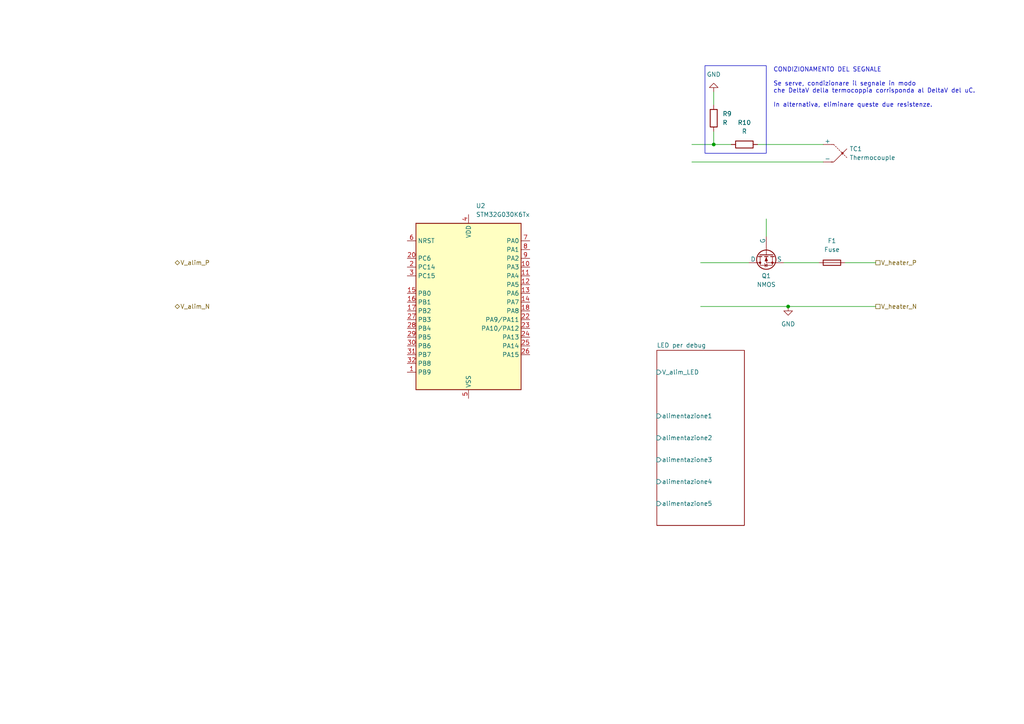
<source format=kicad_sch>
(kicad_sch (version 20250114) (generator "eeschema") (generator_version "9.0")
  (paper "A4")
  (lib_symbols
    (symbol "Device:Fuse" (pin_numbers (hide yes)) (pin_names (offset 0))
      (property "Reference" "F" (at 2.032 0 90))
      (property "Value" "Fuse" (at -1.905 0 90))
      (symbol "Fuse_0_1"
        (rectangle (start -0.762 -2.54) (end 0.762 2.54) (stroke (width 0.254)))
        (polyline (pts (xy 0 2.54) (xy 0 -2.54)))
      )
      (symbol "Fuse_1_1"
        (pin passive line (at 0 3.81 270) (length 1.27) (name "~") (number "1"))
        (pin passive line (at 0 -3.81 90) (length 1.27) (name "~") (number "2"))
      )
    )
    (symbol "Device:R" (pin_numbers (hide yes)) (pin_names (offset 0))
      (property "Reference" "R" (at 2.032 0 90))
      (property "Value" "R" (at 0 0 90))
      (symbol "R_0_1"
        (rectangle (start -1.016 -2.54) (end 1.016 2.54) (stroke (width 0.254)))
      )
      (symbol "R_1_1"
        (pin passive line (at 0 3.81 270) (length 1.27) (name "~") (number "1"))
        (pin passive line (at 0 -3.81 90) (length 1.27) (name "~") (number "2"))
      )
    )
    (symbol "Device:Thermocouple" (pin_numbers (hide yes)) (pin_names (offset 0))
      (property "Reference" "TC" (at -3.048 3.81 0))
      (property "Value" "Thermocouple" (at -5.08 -4.064 0))
      (symbol "Thermocouple_0_1"
        (polyline (pts (xy -4.064 -1.016) (xy -4.318 -1.27)))
        (polyline (pts (xy -3.556 -0.508) (xy -3.81 -0.762)))
        (circle (center -3.048 0) (radius 0.254) (fill (type outline)))
        (polyline (pts (xy -3.048 0) (xy -3.302 -0.254)))
        (polyline (pts (xy -2.54 0.508) (xy -2.794 0.254)))
        (polyline (pts (xy -2.032 1.016) (xy -2.286 0.762)))
        (polyline (pts (xy -1.524 1.524) (xy -1.778 1.27)))
        (polyline (pts (xy -1.016 2.032) (xy -1.27 1.778)))
        (polyline (pts (xy -0.508 2.54) (xy -0.762 2.286)))
        (polyline (pts (xy 0 2.54) (xy -0.508 2.54)))
        (polyline (pts (xy 0 -2.54) (xy -0.254 -2.54)))
        (polyline (pts (xy 0.254 -2.54) (xy -0.508 -2.54) (xy -4.318 1.27)))
      )
      (symbol "Thermocouple_1_1"
        (pin passive line (at 2.54 2.54 180) (length 2.54) (name "+") (number "1"))
        (pin passive line (at 2.54 -2.54 180) (length 2.54) (name "-") (number "2"))
      )
    )
    (symbol "MCU_ST_STM32G0:STM32G030K6Tx"
      (property "Reference" "U" (at -15.24 26.67 0))
      (property "Value" "STM32G030K6Tx" (at 2.54 26.67 0))
      (symbol "STM32G030K6Tx_0_1"
        (rectangle (start -15.24 -22.86) (end 15.24 25.4) (stroke (width 0.254)) (fill (type background)))
      )
      (symbol "STM32G030K6Tx_1_1"
        (pin input line (at -17.78 20.32 0) (length 2.54) (name "NRST") (number "6"))
        (pin bidirectional line (at -17.78 15.24 0) (length 2.54) (name "PC6") (number "20"))
        (pin bidirectional line (at -17.78 12.7 0) (length 2.54) (name "PC14") (number "2"))
        (pin bidirectional line (at -17.78 10.16 0) (length 2.54) (name "PC15") (number "3"))
        (pin bidirectional line (at -17.78 5.08 0) (length 2.54) (name "PB0") (number "15"))
        (pin bidirectional line (at -17.78 2.54 0) (length 2.54) (name "PB1") (number "16"))
        (pin bidirectional line (at -17.78 0 0) (length 2.54) (name "PB2") (number "17"))
        (pin bidirectional line (at -17.78 -2.54 0) (length 2.54) (name "PB3") (number "27"))
        (pin bidirectional line (at -17.78 -5.08 0) (length 2.54) (name "PB4") (number "28"))
        (pin bidirectional line (at -17.78 -7.62 0) (length 2.54) (name "PB5") (number "29"))
        (pin bidirectional line (at -17.78 -10.16 0) (length 2.54) (name "PB6") (number "30"))
        (pin bidirectional line (at -17.78 -12.7 0) (length 2.54) (name "PB7") (number "31"))
        (pin bidirectional line (at -17.78 -15.24 0) (length 2.54) (name "PB8") (number "32"))
        (pin bidirectional line (at -17.78 -17.78 0) (length 2.54) (name "PB9") (number "1"))
        (pin no_connect line (at -15.24 -20.32 0) (length 2.54) (hide yes) (name "NC/PA10") (number "21"))
        (pin no_connect line (at -15.24 -22.86 0) (length 2.54) (hide yes) (name "NC/PA9") (number "19"))
        (pin power_in line (at 0 27.94 270) (length 2.54) (name "VDD") (number "4"))
        (pin power_in line (at 0 -25.4 90) (length 2.54) (name "VSS") (number "5"))
        (pin bidirectional line (at 17.78 20.32 180) (length 2.54) (name "PA0") (number "7"))
        (pin bidirectional line (at 17.78 17.78 180) (length 2.54) (name "PA1") (number "8"))
        (pin bidirectional line (at 17.78 15.24 180) (length 2.54) (name "PA2") (number "9"))
        (pin bidirectional line (at 17.78 12.7 180) (length 2.54) (name "PA3") (number "10"))
        (pin bidirectional line (at 17.78 10.16 180) (length 2.54) (name "PA4") (number "11"))
        (pin bidirectional line (at 17.78 7.62 180) (length 2.54) (name "PA5") (number "12"))
        (pin bidirectional line (at 17.78 5.08 180) (length 2.54) (name "PA6") (number "13"))
        (pin bidirectional line (at 17.78 2.54 180) (length 2.54) (name "PA7") (number "14"))
        (pin bidirectional line (at 17.78 0 180) (length 2.54) (name "PA8") (number "18"))
        (pin bidirectional line (at 17.78 -2.54 180) (length 2.54) (name "PA9/PA11") (number "22"))
        (pin bidirectional line (at 17.78 -5.08 180) (length 2.54) (name "PA10/PA12") (number "23"))
        (pin bidirectional line (at 17.78 -7.62 180) (length 2.54) (name "PA13") (number "24"))
        (pin bidirectional line (at 17.78 -10.16 180) (length 2.54) (name "PA14") (number "25"))
        (pin bidirectional line (at 17.78 -12.7 180) (length 2.54) (name "PA15") (number "26"))
      )
    )
    (symbol "Simulation_SPICE:NMOS" (pin_numbers (hide yes)) (pin_names (offset 0))
      (property "Reference" "Q" (at 5.08 1.27 0))
      (property "Value" "NMOS" (at 5.08 -1.27 0))
      (symbol "NMOS_0_1"
        (polyline (pts (xy 0.254 1.905) (xy 0.254 -1.905)) (stroke (width 0.254)))
        (polyline (pts (xy 0.254 0) (xy -2.54 0)))
        (polyline (pts (xy 0.762 2.286) (xy 0.762 1.27)) (stroke (width 0.254)))
        (polyline (pts (xy 0.762 0.508) (xy 0.762 -0.508)) (stroke (width 0.254)))
        (polyline (pts (xy 0.762 -1.27) (xy 0.762 -2.286)) (stroke (width 0.254)))
        (polyline (pts (xy 0.762 -1.778) (xy 3.302 -1.778) (xy 3.302 1.778) (xy 0.762 1.778)))
        (polyline (pts (xy 1.016 0) (xy 2.032 0.381) (xy 2.032 -0.381) (xy 1.016 0)) (fill (type outline)))
        (circle (center 1.651 0) (radius 2.794) (stroke (width 0.254)))
        (polyline (pts (xy 2.54 2.54) (xy 2.54 1.778)))
        (circle (center 2.54 1.778) (radius 0.254) (fill (type outline)))
        (circle (center 2.54 -1.778) (radius 0.254) (fill (type outline)))
        (polyline (pts (xy 2.54 -2.54) (xy 2.54 0) (xy 0.762 0)))
        (polyline (pts (xy 2.794 0.508) (xy 2.921 0.381) (xy 3.683 0.381) (xy 3.81 0.254)))
        (polyline (pts (xy 3.302 0.381) (xy 2.921 -0.254) (xy 3.683 -0.254) (xy 3.302 0.381)))
      )
      (symbol "NMOS_1_1"
        (pin input line (at -5.08 0 0) (length 2.54) (name "G") (number "2"))
        (pin passive line (at 2.54 5.08 270) (length 2.54) (name "D") (number "1"))
        (pin passive line (at 2.54 -5.08 90) (length 2.54) (name "S") (number "3"))
      )
    )
    (symbol "power:GND" (power) (pin_numbers (hide yes)) (pin_names (offset 0) (hide yes))
      (property "Value" "GND" (at 0 -3.81 0))
      (symbol "GND_0_1"
        (polyline (pts (xy 0 0) (xy 0 -1.27) (xy 1.27 -1.27) (xy 0 -2.54) (xy -1.27 -1.27) (xy 0 -1.27)))
      )
      (symbol "GND_1_1"
        (pin power_in line (at 0 0 270) (length 0) (name "~") (number "1"))
      )
    )
  )
  (rectangle (start 204.47 19.05) (end 222.25 44.45))
  (text "CONDIZIONAMENTO DEL SEGNALE\n\nSe serve, condizionare il segnale in modo\nche DeltaV della termocoppia corrisponda al DeltaV del uC.\n\nIn alternativa, eliminare queste due resistenze." (at 224.282 19.558 0) (effects (font (size 1.27 1.27)) (justify left top)))
  (junction (at 207.01 41.91))
  (junction (at 228.6 88.9))
  (wire (pts (xy 228.6 88.9) (xy 254 88.9)))
  (wire (pts (xy 203.2 76.2) (xy 217.17 76.2)))
  (wire (pts (xy 200.66 46.99) (xy 238.76 46.99)))
  (wire (pts (xy 200.66 41.91) (xy 207.01 41.91)))
  (wire (pts (xy 245.11 76.2) (xy 254 76.2)))
  (wire (pts (xy 222.25 63.5) (xy 222.25 68.58)))
  (wire (pts (xy 207.01 26.67) (xy 207.01 30.48)))
  (wire (pts (xy 203.2 88.9) (xy 228.6 88.9)))
  (wire (pts (xy 227.33 76.2) (xy 237.49 76.2)))
  (wire (pts (xy 207.01 41.91) (xy 212.09 41.91)))
  (wire (pts (xy 207.01 38.1) (xy 207.01 41.91)))
  (wire (pts (xy 219.71 41.91) (xy 238.76 41.91)))
  (hierarchical_label "V_alim_P" (shape bidirectional) (at 50.8 76.2 0))
  (hierarchical_label "V_alim_N" (shape bidirectional) (at 50.8 88.9 0))
  (hierarchical_label "V_heater_N" (shape passive) (at 254 88.9 0))
  (hierarchical_label "V_heater_P" (shape passive) (at 254 76.2 0))
  (symbol (lib_id "Device:Thermocouple") (at 241.3 44.45 0) (mirror y) (unit 1)
    (property "Reference" "TC1" (at 246.38 43.1799 0) (effects (justify right)))
    (property "Value" "Thermocouple" (at 246.38 45.7199 0) (effects (justify right)))
    (property "Description" "Thermocouple" (effects (hide yes)))
  )
  (symbol (lib_id "Device:R") (at 207.01 34.29 0) (unit 1)
    (property "Reference" "R9" (at 209.55 33.0199 0) (effects (justify left)))
    (property "Value" "R" (at 209.55 35.5599 0) (effects (justify left)))
    (property "Description" "Resistor" (effects (hide yes)))
  )
  (symbol (lib_id "MCU_ST_STM32G0:STM32G030K6Tx") (at 135.89 90.17 0) (unit 1)
    (property "Reference" "U2" (at 138.0333 59.69 0) (effects (justify left)))
    (property "Value" "STM32G030K6Tx" (at 138.0333 62.23 0) (effects (justify left)))
    (property "Footprint" "Package_QFP:LQFP-32_7x7mm_P0.8mm" (effects (hide yes)))
    (property "Datasheet" "https://www.st.com/resource/en/datasheet/stm32g030k6.pdf" (effects (hide yes)))
    (property "Description" "STMicroelectronics Arm Cortex-M0+ MCU, 32KB flash, 8KB RAM, 64 MHz, 2.0-3.6V, 29 GPIO, LQFP32" (effects (hide yes)))
  )
  (symbol (lib_id "Device:R") (at 215.9 41.91 270) (unit 1)
    (property "Reference" "R10" (at 215.9 35.56 90))
    (property "Value" "R" (at 215.9 38.1 90))
    (property "Description" "Resistor" (effects (hide yes)))
  )
  (symbol (lib_id "power:GND") (at 228.6 88.9 0) (unit 1)
    (property "Reference" "#PWR01" (effects (hide yes)))
    (property "Value" "GND" (at 228.6 93.98 0))
    (property "Description" "Power symbol creates a global label with name \"GND\" , ground" (effects (hide yes)))
  )
  (symbol (lib_id "Device:Fuse") (at 241.3 76.2 90) (unit 1)
    (property "Reference" "F1" (at 241.3 69.85 90))
    (property "Value" "Fuse" (at 241.3 72.39 90))
    (property "Description" "Fuse" (effects (hide yes)))
  )
  (symbol (lib_id "Simulation_SPICE:NMOS") (at 222.25 73.66 90) (mirror x) (unit 1)
    (property "Reference" "Q1" (at 222.25 80.01 90))
    (property "Value" "NMOS" (at 222.25 82.55 90))
    (property "Datasheet" "https://ngspice.sourceforge.io/docs/ngspice-html-manual/manual.xhtml#cha_MOSFETs" (effects (hide yes)))
    (property "Description" "N-MOSFET transistor, drain/source/gate" (effects (hide yes)))
    (property "Sim.Device" "NMOS" (effects (hide yes)))
    (property "Sim.Type" "VDMOS" (effects (hide yes)))
    (property "Sim.Pins" "1=D 2=G 3=S" (effects (hide yes)))
  )
  (symbol (lib_id "power:GND") (at 207.01 26.67 180) (unit 1)
    (property "Reference" "#PWR07" (effects (hide yes)))
    (property "Value" "GND" (at 207.01 21.59 0))
    (property "Description" "Power symbol creates a global label with name \"GND\" , ground" (effects (hide yes)))
  )
  (sheet (at 190.5 101.6) (size 25.4 50.8) (stroke (width 0.1524))
    (property "Sheetname" "LED per debug" (at 190.5 100.8884 0) (effects (justify left bottom)))
    (property "Sheetfile" "led_per_debug.kicad_sch" (effects (hide yes)))
    (pin "alimentazione4" input (at 190.5 139.7 180))
    (pin "alimentazione2" input (at 190.5 127 180))
    (pin "alimentazione1" input (at 190.5 120.65 180))
    (pin "alimentazione5" input (at 190.5 146.05 180))
    (pin "alimentazione3" input (at 190.5 133.35 180))
    (pin "V_alim_LED" input (at 190.5 107.95 180))
  )
)
</source>
